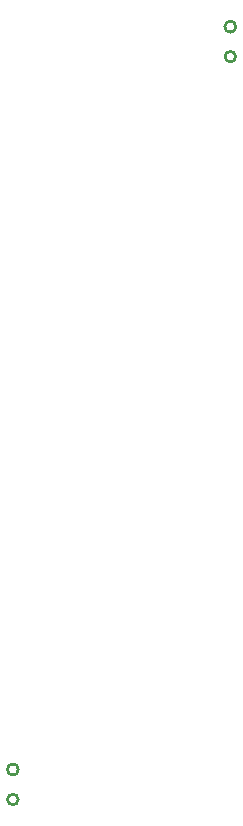
<source format=gm1>
G04*
G04 #@! TF.GenerationSoftware,Altium Limited,Altium Designer,20.1.12 (249)*
G04*
G04 Layer_Color=16711935*
%FSLAX25Y25*%
%MOIN*%
G70*
G04*
G04 #@! TF.SameCoordinates,8DF9F49D-D30B-48C0-AB84-75DE52E997E5*
G04*
G04*
G04 #@! TF.FilePolarity,Positive*
G04*
G01*
G75*
%ADD20C,0.01000*%
D20*
X126772Y327000D02*
G03*
X126772Y327000I-1772J0D01*
G01*
X126844Y337000D02*
G03*
X126844Y337000I-1844J0D01*
G01*
X54344Y89400D02*
G03*
X54344Y89400I-1844J0D01*
G01*
X54272Y79400D02*
G03*
X54272Y79400I-1772J0D01*
G01*
M02*

</source>
